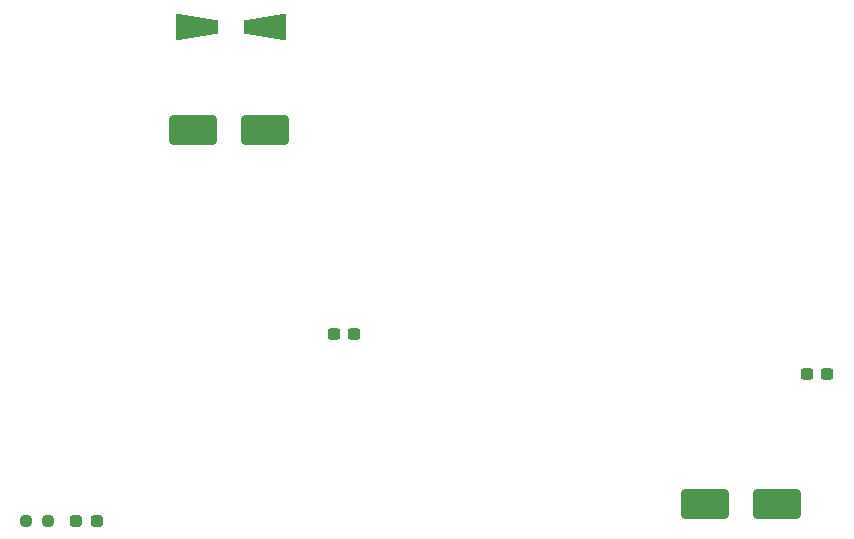
<source format=gbr>
%TF.GenerationSoftware,KiCad,Pcbnew,8.0.2*%
%TF.CreationDate,2024-09-22T08:40:02+02:00*%
%TF.ProjectId,FrenGP_robot,4672656e-4750-45f7-926f-626f742e6b69,rev?*%
%TF.SameCoordinates,Original*%
%TF.FileFunction,Paste,Top*%
%TF.FilePolarity,Positive*%
%FSLAX46Y46*%
G04 Gerber Fmt 4.6, Leading zero omitted, Abs format (unit mm)*
G04 Created by KiCad (PCBNEW 8.0.2) date 2024-09-22 08:40:02*
%MOMM*%
%LPD*%
G01*
G04 APERTURE LIST*
G04 Aperture macros list*
%AMRoundRect*
0 Rectangle with rounded corners*
0 $1 Rounding radius*
0 $2 $3 $4 $5 $6 $7 $8 $9 X,Y pos of 4 corners*
0 Add a 4 corners polygon primitive as box body*
4,1,4,$2,$3,$4,$5,$6,$7,$8,$9,$2,$3,0*
0 Add four circle primitives for the rounded corners*
1,1,$1+$1,$2,$3*
1,1,$1+$1,$4,$5*
1,1,$1+$1,$6,$7*
1,1,$1+$1,$8,$9*
0 Add four rect primitives between the rounded corners*
20,1,$1+$1,$2,$3,$4,$5,0*
20,1,$1+$1,$4,$5,$6,$7,0*
20,1,$1+$1,$6,$7,$8,$9,0*
20,1,$1+$1,$8,$9,$2,$3,0*%
%AMOutline4P*
0 Free polygon, 4 corners , with rotation*
0 The origin of the aperture is its center*
0 number of corners: always 4*
0 $1 to $8 corner X, Y*
0 $9 Rotation angle, in degrees counterclockwise*
0 create outline with 4 corners*
4,1,4,$1,$2,$3,$4,$5,$6,$7,$8,$1,$2,$9*%
G04 Aperture macros list end*
%ADD10RoundRect,0.237500X0.250000X0.237500X-0.250000X0.237500X-0.250000X-0.237500X0.250000X-0.237500X0*%
%ADD11RoundRect,0.250000X1.750000X1.000000X-1.750000X1.000000X-1.750000X-1.000000X1.750000X-1.000000X0*%
%ADD12Outline4P,-1.800000X-1.150000X1.800000X-0.550000X1.800000X0.550000X-1.800000X1.150000X180.000000*%
%ADD13Outline4P,-1.800000X-1.150000X1.800000X-0.550000X1.800000X0.550000X-1.800000X1.150000X0.000000*%
%ADD14RoundRect,0.250000X-1.750000X-1.000000X1.750000X-1.000000X1.750000X1.000000X-1.750000X1.000000X0*%
%ADD15RoundRect,0.237500X-0.300000X-0.237500X0.300000X-0.237500X0.300000X0.237500X-0.300000X0.237500X0*%
%ADD16RoundRect,0.237500X0.287500X0.237500X-0.287500X0.237500X-0.287500X-0.237500X0.287500X-0.237500X0*%
%ADD17RoundRect,0.237500X0.300000X0.237500X-0.300000X0.237500X-0.300000X-0.237500X0.300000X-0.237500X0*%
G04 APERTURE END LIST*
D10*
%TO.C,R1*%
X36472500Y-83820000D03*
X34647500Y-83820000D03*
%TD*%
D11*
%TO.C,C3*%
X54916800Y-50751200D03*
X48816800Y-50751200D03*
%TD*%
D12*
%TO.C,D2*%
X54900000Y-42000000D03*
D13*
X49100000Y-42000000D03*
%TD*%
D14*
%TO.C,C1*%
X92113000Y-82423000D03*
X98213000Y-82423000D03*
%TD*%
D15*
%TO.C,C2*%
X100737500Y-71374000D03*
X102462500Y-71374000D03*
%TD*%
D16*
%TO.C,D1*%
X40640000Y-83820000D03*
X38890000Y-83820000D03*
%TD*%
D17*
%TO.C,C4*%
X62432100Y-68025100D03*
X60707100Y-68025100D03*
%TD*%
M02*

</source>
